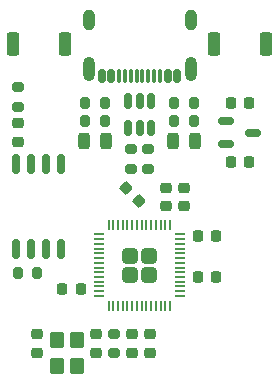
<source format=gtp>
%TF.GenerationSoftware,KiCad,Pcbnew,9.0.6-9.0.6~ubuntu22.04.1*%
%TF.CreationDate,2026-01-23T17:01:36+00:00*%
%TF.ProjectId,rp2040_pico,72703230-3430-45f7-9069-636f2e6b6963,rev?*%
%TF.SameCoordinates,Original*%
%TF.FileFunction,Paste,Top*%
%TF.FilePolarity,Positive*%
%FSLAX45Y45*%
G04 Gerber Fmt 4.5, Leading zero omitted, Abs format (unit mm)*
G04 Created by KiCad (PCBNEW 9.0.6-9.0.6~ubuntu22.04.1) date 2026-01-23 17:01:36*
%MOMM*%
%LPD*%
G01*
G04 APERTURE LIST*
G04 Aperture macros list*
%AMRoundRect*
0 Rectangle with rounded corners*
0 $1 Rounding radius*
0 $2 $3 $4 $5 $6 $7 $8 $9 X,Y pos of 4 corners*
0 Add a 4 corners polygon primitive as box body*
4,1,4,$2,$3,$4,$5,$6,$7,$8,$9,$2,$3,0*
0 Add four circle primitives for the rounded corners*
1,1,$1+$1,$2,$3*
1,1,$1+$1,$4,$5*
1,1,$1+$1,$6,$7*
1,1,$1+$1,$8,$9*
0 Add four rect primitives between the rounded corners*
20,1,$1+$1,$2,$3,$4,$5,0*
20,1,$1+$1,$4,$5,$6,$7,0*
20,1,$1+$1,$6,$7,$8,$9,0*
20,1,$1+$1,$8,$9,$2,$3,0*%
G04 Aperture macros list end*
%ADD10RoundRect,0.200000X0.200000X0.275000X-0.200000X0.275000X-0.200000X-0.275000X0.200000X-0.275000X0*%
%ADD11RoundRect,0.200000X-0.200000X-0.275000X0.200000X-0.275000X0.200000X0.275000X-0.200000X0.275000X0*%
%ADD12RoundRect,0.225000X-0.225000X-0.250000X0.225000X-0.250000X0.225000X0.250000X-0.225000X0.250000X0*%
%ADD13RoundRect,0.249999X-0.395001X-0.395001X0.395001X-0.395001X0.395001X0.395001X-0.395001X0.395001X0*%
%ADD14RoundRect,0.050000X-0.387500X-0.050000X0.387500X-0.050000X0.387500X0.050000X-0.387500X0.050000X0*%
%ADD15RoundRect,0.050000X-0.050000X-0.387500X0.050000X-0.387500X0.050000X0.387500X-0.050000X0.387500X0*%
%ADD16RoundRect,0.150000X-0.150000X0.512500X-0.150000X-0.512500X0.150000X-0.512500X0.150000X0.512500X0*%
%ADD17RoundRect,0.225000X0.250000X-0.225000X0.250000X0.225000X-0.250000X0.225000X-0.250000X-0.225000X0*%
%ADD18RoundRect,0.250000X-0.350000X0.450000X-0.350000X-0.450000X0.350000X-0.450000X0.350000X0.450000X0*%
%ADD19RoundRect,0.225000X0.225000X0.250000X-0.225000X0.250000X-0.225000X-0.250000X0.225000X-0.250000X0*%
%ADD20RoundRect,0.162500X0.162500X-0.650000X0.162500X0.650000X-0.162500X0.650000X-0.162500X-0.650000X0*%
%ADD21RoundRect,0.200000X-0.275000X0.200000X-0.275000X-0.200000X0.275000X-0.200000X0.275000X0.200000X0*%
%ADD22RoundRect,0.250000X0.275000X0.750000X-0.275000X0.750000X-0.275000X-0.750000X0.275000X-0.750000X0*%
%ADD23RoundRect,0.225000X-0.250000X0.225000X-0.250000X-0.225000X0.250000X-0.225000X0.250000X0.225000X0*%
%ADD24RoundRect,0.200000X0.275000X-0.200000X0.275000X0.200000X-0.275000X0.200000X-0.275000X-0.200000X0*%
%ADD25RoundRect,0.150000X0.150000X0.425000X-0.150000X0.425000X-0.150000X-0.425000X0.150000X-0.425000X0*%
%ADD26RoundRect,0.075000X0.075000X0.500000X-0.075000X0.500000X-0.075000X-0.500000X0.075000X-0.500000X0*%
%ADD27O,1.000000X2.100000*%
%ADD28O,1.000000X1.800000*%
%ADD29RoundRect,0.243750X-0.243750X-0.456250X0.243750X-0.456250X0.243750X0.456250X-0.243750X0.456250X0*%
%ADD30RoundRect,0.243750X0.243750X0.456250X-0.243750X0.456250X-0.243750X-0.456250X0.243750X-0.456250X0*%
%ADD31RoundRect,0.225000X0.335876X0.017678X0.017678X0.335876X-0.335876X-0.017678X-0.017678X-0.335876X0*%
%ADD32RoundRect,0.250000X-0.275000X-0.750000X0.275000X-0.750000X0.275000X0.750000X-0.275000X0.750000X0*%
%ADD33RoundRect,0.150000X-0.512500X-0.150000X0.512500X-0.150000X0.512500X0.150000X-0.512500X0.150000X0*%
G04 APERTURE END LIST*
D10*
%TO.C,R5*%
X-292500Y725000D03*
X-457500Y725000D03*
%TD*%
D11*
%TO.C,R4*%
X292500Y725000D03*
X457500Y725000D03*
%TD*%
D12*
%TO.C,C7*%
X495189Y-747461D03*
X650189Y-747461D03*
%TD*%
D13*
%TO.C,U1*%
X-82311Y-567461D03*
X-82311Y-727461D03*
X77689Y-567461D03*
X77689Y-727461D03*
D14*
X-346061Y-387461D03*
X-346061Y-427461D03*
X-346061Y-467461D03*
X-346061Y-507461D03*
X-346061Y-547461D03*
X-346061Y-587461D03*
X-346061Y-627461D03*
X-346061Y-667461D03*
X-346061Y-707461D03*
X-346061Y-747461D03*
X-346061Y-787461D03*
X-346061Y-827461D03*
X-346061Y-867461D03*
X-346061Y-907461D03*
D15*
X-262311Y-991211D03*
X-222311Y-991211D03*
X-182311Y-991211D03*
X-142311Y-991211D03*
X-102311Y-991211D03*
X-62311Y-991211D03*
X-22311Y-991211D03*
X17689Y-991211D03*
X57689Y-991211D03*
X97689Y-991211D03*
X137689Y-991211D03*
X177689Y-991211D03*
X217689Y-991211D03*
X257689Y-991211D03*
D14*
X341439Y-907461D03*
X341439Y-867461D03*
X341439Y-827461D03*
X341439Y-787461D03*
X341439Y-747461D03*
X341439Y-707461D03*
X341439Y-667461D03*
X341439Y-627461D03*
X341439Y-587461D03*
X341439Y-547461D03*
X341439Y-507461D03*
X341439Y-467461D03*
X341439Y-427461D03*
X341439Y-387461D03*
D15*
X257689Y-303711D03*
X217689Y-303711D03*
X177689Y-303711D03*
X137689Y-303711D03*
X97689Y-303711D03*
X57689Y-303711D03*
X17689Y-303711D03*
X-22311Y-303711D03*
X-62311Y-303711D03*
X-102311Y-303711D03*
X-142311Y-303711D03*
X-182311Y-303711D03*
X-222311Y-303711D03*
X-262311Y-303711D03*
%TD*%
D16*
%TO.C,U4*%
X95000Y738750D03*
X0Y738750D03*
X-95000Y738750D03*
X-95000Y511250D03*
X0Y511250D03*
X95000Y511250D03*
%TD*%
D17*
%TO.C,C5*%
X372689Y-149961D03*
X372689Y5039D03*
%TD*%
D18*
%TO.C,X1*%
X-697500Y-1277500D03*
X-697500Y-1497500D03*
X-527500Y-1497500D03*
X-527500Y-1277500D03*
%TD*%
D19*
%TO.C,C10*%
X-497500Y-850000D03*
X-652500Y-850000D03*
%TD*%
D20*
%TO.C,U3*%
X-1042811Y-506211D03*
X-915811Y-506211D03*
X-788811Y-506211D03*
X-661811Y-506211D03*
X-661811Y211289D03*
X-788811Y211289D03*
X-915811Y211289D03*
X-1042811Y211289D03*
%TD*%
D21*
%TO.C,R2*%
X75000Y332500D03*
X75000Y167500D03*
%TD*%
D22*
%TO.C,SW2*%
X1072500Y1225000D03*
X627500Y1225000D03*
%TD*%
D10*
%TO.C,R7*%
X457500Y575000D03*
X292500Y575000D03*
%TD*%
D23*
%TO.C,C11*%
X-864811Y-1232461D03*
X-864811Y-1387461D03*
%TD*%
D21*
%TO.C,R1*%
X-75000Y332500D03*
X-75000Y167500D03*
%TD*%
D17*
%TO.C,C3*%
X222689Y-149961D03*
X222689Y5039D03*
%TD*%
%TO.C,C12*%
X-364811Y-1387461D03*
X-364811Y-1232461D03*
%TD*%
D24*
%TO.C,R6*%
X-214811Y-1392461D03*
X-214811Y-1227461D03*
%TD*%
D12*
%TO.C,C8*%
X495189Y-397461D03*
X650189Y-397461D03*
%TD*%
D25*
%TO.C,J1*%
X320000Y957000D03*
X240000Y957000D03*
D26*
X125000Y957000D03*
X25000Y957000D03*
X-25000Y957000D03*
X-125000Y957000D03*
D25*
X-240000Y957000D03*
X-320000Y957000D03*
X-320000Y957000D03*
X-240000Y957000D03*
D26*
X-175000Y957000D03*
X-75000Y957000D03*
X75000Y957000D03*
X175000Y957000D03*
D25*
X240000Y957000D03*
X320000Y957000D03*
D27*
X432000Y1014500D03*
D28*
X432000Y1432500D03*
D27*
X-432000Y1014500D03*
D28*
X-432000Y1432500D03*
%TD*%
D17*
%TO.C,C13*%
X-1025000Y397500D03*
X-1025000Y552500D03*
%TD*%
D29*
%TO.C,D1*%
X281250Y400000D03*
X468750Y400000D03*
%TD*%
D30*
%TO.C,D2*%
X-281250Y400000D03*
X-468750Y400000D03*
%TD*%
D31*
%TO.C,C9*%
X-7699Y-104801D03*
X-117301Y4801D03*
%TD*%
D12*
%TO.C,C2*%
X772500Y225000D03*
X927500Y225000D03*
%TD*%
D23*
%TO.C,C6*%
X-64811Y-1232461D03*
X-64811Y-1387461D03*
%TD*%
D32*
%TO.C,SW1*%
X-1072500Y1225000D03*
X-627500Y1225000D03*
%TD*%
D33*
%TO.C,U2*%
X736250Y570000D03*
X736250Y380000D03*
X963750Y475000D03*
%TD*%
D21*
%TO.C,R3*%
X-1025000Y857500D03*
X-1025000Y692500D03*
%TD*%
D11*
%TO.C,R8*%
X-457500Y575000D03*
X-292500Y575000D03*
%TD*%
D23*
%TO.C,C4*%
X85189Y-1232461D03*
X85189Y-1387461D03*
%TD*%
D10*
%TO.C,R9*%
X-867550Y-712219D03*
X-1032550Y-712219D03*
%TD*%
D19*
%TO.C,C1*%
X927500Y725000D03*
X772500Y725000D03*
%TD*%
M02*

</source>
